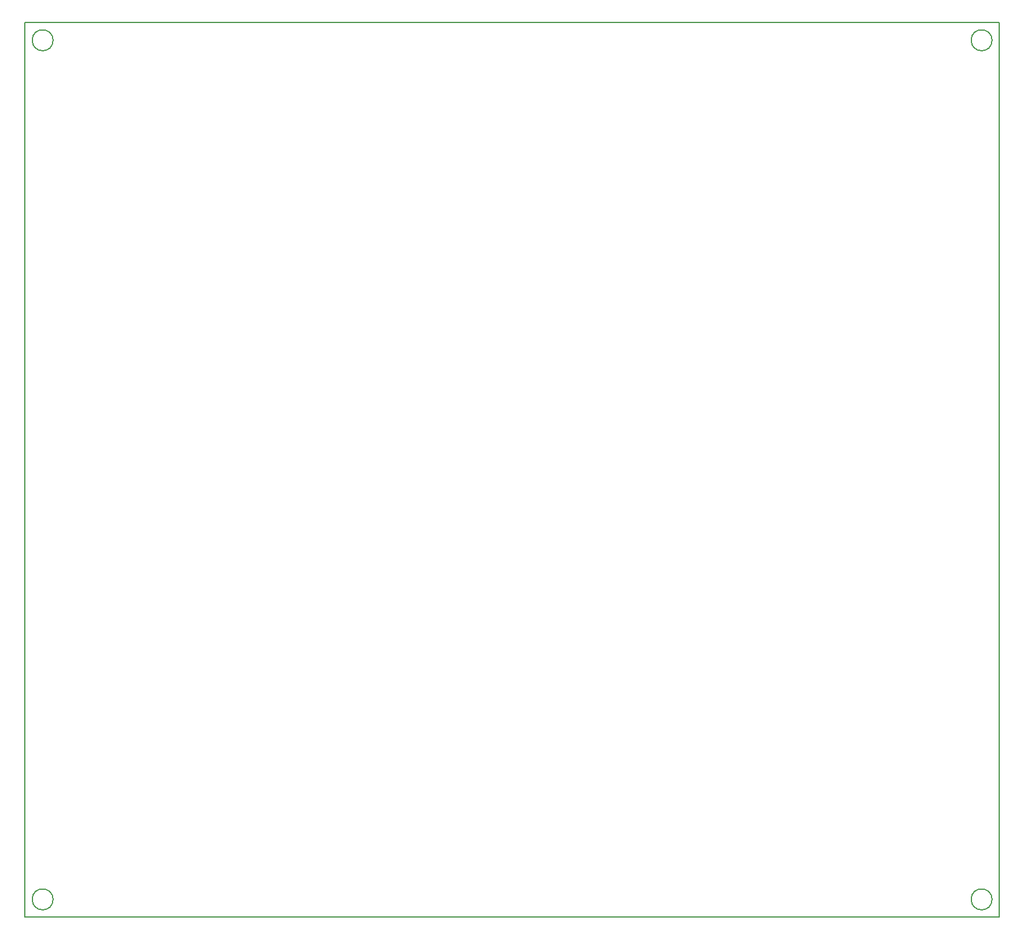
<source format=gbr>
G04 #@! TF.GenerationSoftware,KiCad,Pcbnew,(5.1.5)-3*
G04 #@! TF.CreationDate,2020-02-05T09:48:48+01:00*
G04 #@! TF.ProjectId,FGINT-V3-MASTER-64,4647494e-542d-4563-932d-4d4153544552,rev?*
G04 #@! TF.SameCoordinates,Original*
G04 #@! TF.FileFunction,Profile,NP*
%FSLAX46Y46*%
G04 Gerber Fmt 4.6, Leading zero omitted, Abs format (unit mm)*
G04 Created by KiCad (PCBNEW (5.1.5)-3) date 2020-02-05 09:48:48*
%MOMM*%
%LPD*%
G04 APERTURE LIST*
%ADD10C,0.150000*%
G04 APERTURE END LIST*
D10*
X249150000Y-34290000D02*
G75*
G03X249150000Y-34290000I-1500000J0D01*
G01*
X249150000Y-157480000D02*
G75*
G03X249150000Y-157480000I-1500000J0D01*
G01*
X114530000Y-157480000D02*
G75*
G03X114530000Y-157480000I-1500000J0D01*
G01*
X114530000Y-34290000D02*
G75*
G03X114530000Y-34290000I-1500000J0D01*
G01*
X110490000Y-160020000D02*
X110490000Y-31750000D01*
X250190000Y-160020000D02*
X110490000Y-160020000D01*
X250190000Y-31750000D02*
X250190000Y-160020000D01*
X110490000Y-31750000D02*
X250190000Y-31750000D01*
M02*

</source>
